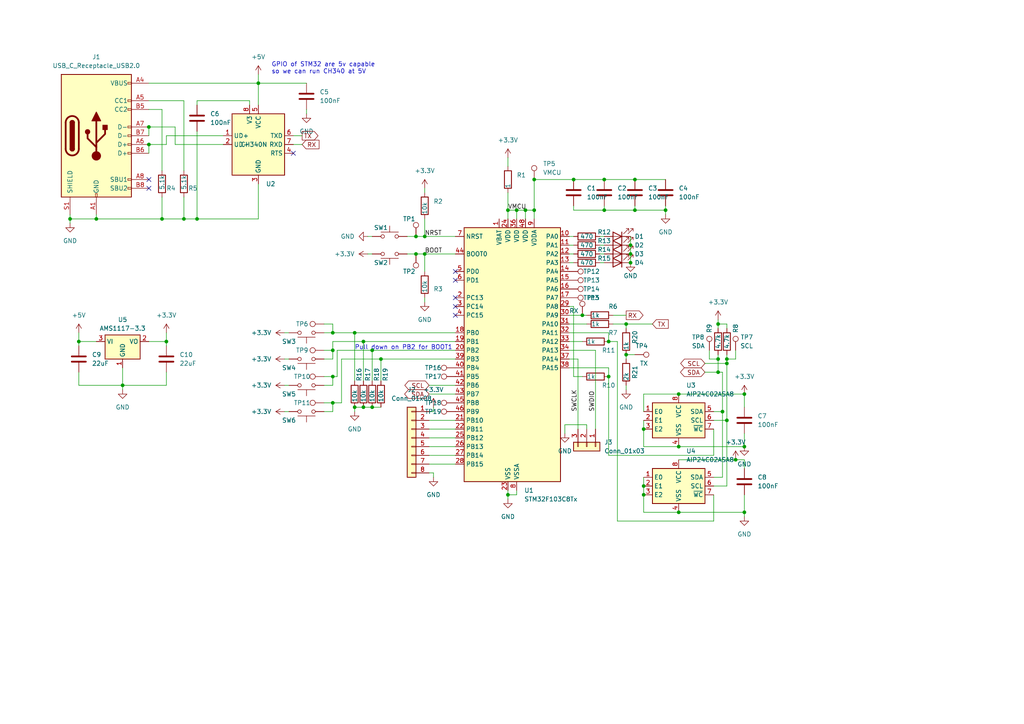
<source format=kicad_sch>
(kicad_sch (version 20230121) (generator eeschema)
  (paper "A4")
  (lib_symbols
    (symbol "CH340N:CH340N"
      (property "Reference" "U" (at -6.35 10.16 0))
      (symbol "CH340N_1_1"
        (pin bidirectional line (at -8.89 2.54 0) (length 2.54) (name "UD+") (number "1"))
        (pin bidirectional line (at -8.89 0 0) (length 2.54) (name "UD-") (number "2"))
        (pin power_in line (at 1.27 -11.43 90) (length 2.54) (name "GND") (number "3"))
        (pin input line (at 11.43 -2.54 180) (length 2.54) (name "RTS") (number "4"))
        (pin power_in line (at 1.27 11.43 270) (length 2.54) (name "VCC") (number "5"))
        (pin output line (at 11.43 2.54 180) (length 2.54) (name "TXD") (number "6"))
        (pin input line (at 11.43 0 180) (length 2.54) (name "RXD") (number "7"))
        (pin passive line (at -1.27 11.43 270) (length 2.54) (name "V3") (number "8"))
      )
    )
    (symbol "Connector:TestPoint" (pin_numbers hide) (pin_names (offset 0.762) hide)
      (property "Reference" "TP" (at 0 6.858 0))
      (property "Value" "TestPoint" (at 0 5.08 0))
      (symbol "TestPoint_1_1"
        (pin passive line (at 0 0 90) (length 2.54) (name "1") (number "1"))
      )
    )
    (symbol "Connector:USB_C_Receptacle_USB2.0" (pin_names (offset 1.016))
      (property "Reference" "J" (at -10.16 19.05 0))
      (property "Value" "USB_C_Receptacle_USB2.0" (at 19.05 19.05 0))
      (symbol "USB_C_Receptacle_USB2.0_1_1"
        (pin passive line (at 0 -22.86 90) (length 5.08) (name "GND") (number "A1"))
        (pin passive line (at 0 -22.86 90) (length 5.08) hide (name "GND") (number "A12"))
        (pin passive line (at 15.24 15.24 180) (length 5.08) (name "VBUS") (number "A4"))
        (pin bidirectional line (at 15.24 10.16 180) (length 5.08) (name "CC1") (number "A5"))
        (pin bidirectional line (at 15.24 -2.54 180) (length 5.08) (name "D+") (number "A6"))
        (pin bidirectional line (at 15.24 2.54 180) (length 5.08) (name "D-") (number "A7"))
        (pin bidirectional line (at 15.24 -12.7 180) (length 5.08) (name "SBU1") (number "A8"))
        (pin passive line (at 15.24 15.24 180) (length 5.08) hide (name "VBUS") (number "A9"))
        (pin passive line (at 0 -22.86 90) (length 5.08) hide (name "GND") (number "B1"))
        (pin passive line (at 0 -22.86 90) (length 5.08) hide (name "GND") (number "B12"))
        (pin passive line (at 15.24 15.24 180) (length 5.08) hide (name "VBUS") (number "B4"))
        (pin bidirectional line (at 15.24 7.62 180) (length 5.08) (name "CC2") (number "B5"))
        (pin bidirectional line (at 15.24 -5.08 180) (length 5.08) (name "D+") (number "B6"))
        (pin bidirectional line (at 15.24 0 180) (length 5.08) (name "D-") (number "B7"))
        (pin bidirectional line (at 15.24 -15.24 180) (length 5.08) (name "SBU2") (number "B8"))
        (pin passive line (at 15.24 15.24 180) (length 5.08) hide (name "VBUS") (number "B9"))
        (pin passive line (at -7.62 -22.86 90) (length 5.08) (name "SHIELD") (number "S1"))
      )
    )
    (symbol "Connector_Generic:Conn_01x03" (pin_names (offset 1.016) hide)
      (property "Reference" "J" (at 0 5.08 0))
      (property "Value" "Conn_01x03" (at 0 -5.08 0))
      (symbol "Conn_01x03_1_1"
        (pin passive line (at -5.08 2.54 0) (length 3.81) (name "Pin_1") (number "1"))
        (pin passive line (at -5.08 0 0) (length 3.81) (name "Pin_2") (number "2"))
        (pin passive line (at -5.08 -2.54 0) (length 3.81) (name "Pin_3") (number "3"))
      )
    )
    (symbol "Connector_Generic:Conn_01x08" (pin_names (offset 1.016) hide)
      (property "Reference" "J" (at 0 10.16 0))
      (property "Value" "Conn_01x08" (at 0 -12.7 0))
      (symbol "Conn_01x08_1_1"
        (pin passive line (at -5.08 7.62 0) (length 3.81) (name "Pin_1") (number "1"))
        (pin passive line (at -5.08 5.08 0) (length 3.81) (name "Pin_2") (number "2"))
        (pin passive line (at -5.08 2.54 0) (length 3.81) (name "Pin_3") (number "3"))
        (pin passive line (at -5.08 0 0) (length 3.81) (name "Pin_4") (number "4"))
        (pin passive line (at -5.08 -2.54 0) (length 3.81) (name "Pin_5") (number "5"))
        (pin passive line (at -5.08 -5.08 0) (length 3.81) (name "Pin_6") (number "6"))
        (pin passive line (at -5.08 -7.62 0) (length 3.81) (name "Pin_7") (number "7"))
        (pin passive line (at -5.08 -10.16 0) (length 3.81) (name "Pin_8") (number "8"))
      )
    )
    (symbol "Device:C" (pin_numbers hide) (pin_names (offset 0.254))
      (property "Reference" "C" (at 0.635 2.54 0))
      (property "Value" "C" (at 0.635 -2.54 0))
      (symbol "C_1_1"
        (pin passive line (at 0 3.81 270) (length 2.794) (name "~") (number "1"))
        (pin passive line (at 0 -3.81 90) (length 2.794) (name "~") (number "2"))
      )
    )
    (symbol "Device:LED" (pin_numbers hide) (pin_names (offset 1.016) hide)
      (property "Reference" "D" (at 0 2.54 0))
      (property "Value" "LED" (at 0 -2.54 0))
      (symbol "LED_1_1"
        (pin passive line (at -3.81 0 0) (length 2.54) (name "K") (number "1"))
        (pin passive line (at 3.81 0 180) (length 2.54) (name "A") (number "2"))
      )
    )
    (symbol "Device:R" (pin_numbers hide) (pin_names (offset 0))
      (property "Reference" "R" (at 2.032 0 90))
      (property "Value" "R" (at 0 0 90))
      (symbol "R_1_1"
        (pin passive line (at 0 3.81 270) (length 1.27) (name "~") (number "1"))
        (pin passive line (at 0 -3.81 90) (length 1.27) (name "~") (number "2"))
      )
    )
    (symbol "MCU_ST_STM32F1:STM32F103C8Tx"
      (property "Reference" "U" (at -12.7 39.37 0))
      (property "Value" "STM32F103C8Tx" (at 10.16 39.37 0))
      (symbol "STM32F103C8Tx_1_1"
        (pin power_in line (at -2.54 40.64 270) (length 2.54) (name "VBAT") (number "1"))
        (pin bidirectional line (at 17.78 35.56 180) (length 2.54) (name "PA0") (number "10"))
        (pin bidirectional line (at 17.78 33.02 180) (length 2.54) (name "PA1") (number "11"))
        (pin bidirectional line (at 17.78 30.48 180) (length 2.54) (name "PA2") (number "12"))
        (pin bidirectional line (at 17.78 27.94 180) (length 2.54) (name "PA3") (number "13"))
        (pin bidirectional line (at 17.78 25.4 180) (length 2.54) (name "PA4") (number "14"))
        (pin bidirectional line (at 17.78 22.86 180) (length 2.54) (name "PA5") (number "15"))
        (pin bidirectional line (at 17.78 20.32 180) (length 2.54) (name "PA6") (number "16"))
        (pin bidirectional line (at 17.78 17.78 180) (length 2.54) (name "PA7") (number "17"))
        (pin bidirectional line (at -15.24 7.62 0) (length 2.54) (name "PB0") (number "18"))
        (pin bidirectional line (at -15.24 5.08 0) (length 2.54) (name "PB1") (number "19"))
        (pin bidirectional line (at -15.24 17.78 0) (length 2.54) (name "PC13") (number "2"))
        (pin bidirectional line (at -15.24 2.54 0) (length 2.54) (name "PB2") (number "20"))
        (pin bidirectional line (at -15.24 -17.78 0) (length 2.54) (name "PB10") (number "21"))
        (pin bidirectional line (at -15.24 -20.32 0) (length 2.54) (name "PB11") (number "22"))
        (pin power_in line (at 0 -38.1 90) (length 2.54) (name "VSS") (number "23"))
        (pin power_in line (at 0 40.64 270) (length 2.54) (name "VDD") (number "24"))
        (pin bidirectional line (at -15.24 -22.86 0) (length 2.54) (name "PB12") (number "25"))
        (pin bidirectional line (at -15.24 -25.4 0) (length 2.54) (name "PB13") (number "26"))
        (pin bidirectional line (at -15.24 -27.94 0) (length 2.54) (name "PB14") (number "27"))
        (pin bidirectional line (at -15.24 -30.48 0) (length 2.54) (name "PB15") (number "28"))
        (pin bidirectional line (at 17.78 15.24 180) (length 2.54) (name "PA8") (number "29"))
        (pin bidirectional line (at -15.24 15.24 0) (length 2.54) (name "PC14") (number "3"))
        (pin bidirectional line (at 17.78 12.7 180) (length 2.54) (name "PA9") (number "30"))
        (pin bidirectional line (at 17.78 10.16 180) (length 2.54) (name "PA10") (number "31"))
        (pin bidirectional line (at 17.78 7.62 180) (length 2.54) (name "PA11") (number "32"))
        (pin bidirectional line (at 17.78 5.08 180) (length 2.54) (name "PA12") (number "33"))
        (pin bidirectional line (at 17.78 2.54 180) (length 2.54) (name "PA13") (number "34"))
        (pin passive line (at 0 -38.1 90) (length 2.54) hide (name "VSS") (number "35"))
        (pin power_in line (at 2.54 40.64 270) (length 2.54) (name "VDD") (number "36"))
        (pin bidirectional line (at 17.78 0 180) (length 2.54) (name "PA14") (number "37"))
        (pin bidirectional line (at 17.78 -2.54 180) (length 2.54) (name "PA15") (number "38"))
        (pin bidirectional line (at -15.24 0 0) (length 2.54) (name "PB3") (number "39"))
        (pin bidirectional line (at -15.24 12.7 0) (length 2.54) (name "PC15") (number "4"))
        (pin bidirectional line (at -15.24 -2.54 0) (length 2.54) (name "PB4") (number "40"))
        (pin bidirectional line (at -15.24 -5.08 0) (length 2.54) (name "PB5") (number "41"))
        (pin bidirectional line (at -15.24 -7.62 0) (length 2.54) (name "PB6") (number "42"))
        (pin bidirectional line (at -15.24 -10.16 0) (length 2.54) (name "PB7") (number "43"))
        (pin input line (at -15.24 30.48 0) (length 2.54) (name "BOOT0") (number "44"))
        (pin bidirectional line (at -15.24 -12.7 0) (length 2.54) (name "PB8") (number "45"))
        (pin bidirectional line (at -15.24 -15.24 0) (length 2.54) (name "PB9") (number "46"))
        (pin passive line (at 0 -38.1 90) (length 2.54) hide (name "VSS") (number "47"))
        (pin power_in line (at 5.08 40.64 270) (length 2.54) (name "VDD") (number "48"))
        (pin bidirectional line (at -15.24 25.4 0) (length 2.54) (name "PD0") (number "5"))
        (pin bidirectional line (at -15.24 22.86 0) (length 2.54) (name "PD1") (number "6"))
        (pin input line (at -15.24 35.56 0) (length 2.54) (name "NRST") (number "7"))
        (pin power_in line (at 2.54 -38.1 90) (length 2.54) (name "VSSA") (number "8"))
        (pin power_in line (at 7.62 40.64 270) (length 2.54) (name "VDDA") (number "9"))
      )
    )
    (symbol "Memory_EEPROM:M24C02-FMN"
      (property "Reference" "U" (at -6.35 6.35 0))
      (property "Value" "M24C02-FMN" (at 7.62 6.35 0))
      (symbol "M24C02-FMN_1_1"
        (pin input line (at -10.16 2.54 0) (length 2.54) (name "E0") (number "1"))
        (pin input line (at -10.16 0 0) (length 2.54) (name "E1") (number "2"))
        (pin input line (at -10.16 -2.54 0) (length 2.54) (name "E2") (number "3"))
        (pin power_in line (at 0 -7.62 90) (length 2.54) (name "VSS") (number "4"))
        (pin bidirectional line (at 10.16 2.54 180) (length 2.54) (name "SDA") (number "5"))
        (pin input line (at 10.16 0 180) (length 2.54) (name "SCL") (number "6"))
        (pin input line (at 10.16 -2.54 180) (length 2.54) (name "~{WC}") (number "7"))
        (pin power_in line (at 0 7.62 270) (length 2.54) (name "VCC") (number "8"))
      )
    )
    (symbol "Regulator_Linear:AMS1117-3.3"
      (property "Reference" "U" (at -3.81 3.175 0))
      (property "Value" "AMS1117-3.3" (at 0 3.175 0))
      (symbol "AMS1117-3.3_1_1"
        (pin power_in line (at 0 -7.62 90) (length 2.54) (name "GND") (number "1"))
        (pin power_out line (at 7.62 0 180) (length 2.54) (name "VO") (number "2"))
        (pin power_in line (at -7.62 0 0) (length 2.54) (name "VI") (number "3"))
      )
    )
    (symbol "Switch:SW_Push" (pin_numbers hide) (pin_names (offset 1.016) hide)
      (property "Reference" "SW" (at 1.27 2.54 0))
      (property "Value" "SW_Push" (at 0 -1.524 0))
      (symbol "SW_Push_0_1"
        (pin passive line (at -5.08 0 0) (length 2.54) (name "1") (number "1"))
        (pin passive line (at 5.08 0 180) (length 2.54) (name "2") (number "2"))
      )
    )
    (symbol "power:+3.3V" (power) (pin_names (offset 0))
      (property "Value" "+3.3V" (at 0 3.556 0))
      (symbol "+3.3V_1_1"
        (pin power_in line (at 0 0 90) (length 0) hide (name "+3.3V") (number "1"))
      )
    )
    (symbol "power:+5V" (power) (pin_names (offset 0))
      (property "Value" "+5V" (at 0 3.556 0))
      (symbol "+5V_1_1"
        (pin power_in line (at 0 0 90) (length 0) hide (name "+5V") (number "1"))
      )
    )
    (symbol "power:GND" (power) (pin_names (offset 0))
      (property "Value" "GND" (at 0 -3.81 0))
      (symbol "GND_1_1"
        (pin power_in line (at 0 0 270) (length 0) hide (name "GND") (number "1"))
      )
    )
  )
  (junction (at 215.9 114.3))
  (junction (at 152.4 60.96))
  (junction (at 166.37 52.07))
  (junction (at 154.94 52.07))
  (junction (at 210.82 105.41))
  (junction (at 215.9 129.54))
  (junction (at 22.86 99.06))
  (junction (at 43.18 41.91))
  (junction (at 208.28 104.14))
  (junction (at 181.61 102.87))
  (junction (at 182.88 76.2))
  (junction (at 110.49 104.14))
  (junction (at 96.52 96.52))
  (junction (at 176.53 109.22))
  (junction (at 208.28 93.98))
  (junction (at 193.04 60.96))
  (junction (at 215.9 148.59))
  (junction (at 96.52 116.84))
  (junction (at 105.41 118.11))
  (junction (at 210.82 121.92))
  (junction (at 147.32 143.51))
  (junction (at 175.26 60.96))
  (junction (at 35.56 111.76))
  (junction (at 120.65 68.58))
  (junction (at 176.53 99.06))
  (junction (at 57.15 63.5))
  (junction (at 210.82 104.14))
  (junction (at 20.32 63.5))
  (junction (at 196.85 148.59))
  (junction (at 107.95 101.6))
  (junction (at 120.65 73.66))
  (junction (at 96.52 109.22))
  (junction (at 208.28 107.95))
  (junction (at 123.19 68.58))
  (junction (at 213.36 133.35))
  (junction (at 196.85 114.3))
  (junction (at 123.19 73.66))
  (junction (at 182.88 73.66))
  (junction (at 96.52 101.6))
  (junction (at 74.93 24.13))
  (junction (at 147.32 60.96))
  (junction (at 196.85 129.54))
  (junction (at 168.91 91.44))
  (junction (at 27.94 63.5))
  (junction (at 181.61 93.98))
  (junction (at 48.26 99.06))
  (junction (at 43.18 36.83))
  (junction (at 175.26 52.07))
  (junction (at 184.15 52.07))
  (junction (at 102.87 96.52))
  (junction (at 186.69 143.51))
  (junction (at 186.69 140.97))
  (junction (at 184.15 60.96))
  (junction (at 186.69 124.46))
  (junction (at 182.88 71.12))
  (junction (at 149.86 60.96))
  (junction (at 53.34 63.5))
  (junction (at 46.99 63.5))
  (junction (at 107.95 118.11))
  (junction (at 209.55 119.38))
  (junction (at 102.87 118.11))
  (junction (at 105.41 99.06))
  (junction (at 154.94 60.96))
  (no_connect (at 132.08 86.36))
  (no_connect (at 132.08 78.74))
  (no_connect (at 43.18 52.07))
  (no_connect (at 132.08 81.28))
  (no_connect (at 132.08 91.44))
  (no_connect (at 85.09 44.45))
  (no_connect (at 43.18 54.61))
  (no_connect (at 132.08 88.9))
  (wire (pts (xy 123.19 73.66) (xy 132.08 73.66)))
  (wire (pts (xy 124.46 121.92) (xy 132.08 121.92)))
  (wire (pts (xy 182.88 68.58) (xy 182.88 71.12)))
  (wire (pts (xy 209.55 119.38) (xy 209.55 138.43)))
  (wire (pts (xy 215.9 148.59) (xy 215.9 149.86)))
  (wire (pts (xy 186.69 124.46) (xy 186.69 129.54)))
  (wire (pts (xy 124.46 132.08) (xy 132.08 132.08)))
  (wire (pts (xy 123.19 68.58) (xy 123.19 63.5)))
  (wire (pts (xy 209.55 138.43) (xy 207.01 138.43)))
  (wire (pts (xy 179.07 151.13) (xy 207.01 151.13)))
  (wire (pts (xy 208.28 93.98) (xy 208.28 95.25)))
  (wire (pts (xy 93.98 109.22) (xy 96.52 109.22)))
  (wire (pts (xy 176.53 99.06) (xy 179.07 99.06)))
  (wire (pts (xy 210.82 121.92) (xy 207.01 121.92)))
  (wire (pts (xy 97.79 109.22) (xy 97.79 101.6)))
  (wire (pts (xy 50.8 41.91) (xy 50.8 36.83)))
  (wire (pts (xy 105.41 99.06) (xy 96.52 99.06)))
  (wire (pts (xy 57.15 63.5) (xy 74.93 63.5)))
  (wire (pts (xy 209.55 107.95) (xy 208.28 107.95)))
  (wire (pts (xy 196.85 133.35) (xy 213.36 133.35)))
  (wire (pts (xy 210.82 104.14) (xy 210.82 105.41)))
  (wire (pts (xy 57.15 38.1) (xy 57.15 63.5)))
  (wire (pts (xy 120.65 68.58) (xy 123.19 68.58)))
  (wire (pts (xy 123.19 68.58) (xy 132.08 68.58)))
  (wire (pts (xy 207.01 132.08) (xy 176.53 132.08)))
  (wire (pts (xy 181.61 93.98) (xy 181.61 95.25)))
  (wire (pts (xy 165.1 101.6) (xy 172.72 101.6)))
  (wire (pts (xy 93.98 96.52) (xy 96.52 96.52)))
  (wire (pts (xy 125.73 119.38) (xy 124.46 119.38)))
  (wire (pts (xy 22.86 111.76) (xy 22.86 107.95)))
  (wire (pts (xy 85.09 39.37) (xy 87.63 39.37)))
  (wire (pts (xy 93.98 116.84) (xy 96.52 116.84)))
  (wire (pts (xy 27.94 63.5) (xy 27.94 62.23)))
  (wire (pts (xy 163.83 125.73) (xy 163.83 123.19)))
  (wire (pts (xy 96.52 96.52) (xy 102.87 96.52)))
  (wire (pts (xy 46.99 31.75) (xy 43.18 31.75)))
  (wire (pts (xy 170.18 123.19) (xy 170.18 124.46)))
  (wire (pts (xy 48.26 100.33) (xy 48.26 99.06)))
  (wire (pts (xy 96.52 93.98) (xy 96.52 96.52)))
  (wire (pts (xy 102.87 118.11) (xy 105.41 118.11)))
  (wire (pts (xy 123.19 86.36) (xy 123.19 87.63)))
  (wire (pts (xy 193.04 59.69) (xy 193.04 60.96)))
  (wire (pts (xy 96.52 109.22) (xy 96.52 111.76)))
  (wire (pts (xy 99.06 116.84) (xy 96.52 116.84)))
  (wire (pts (xy 88.9 31.75) (xy 88.9 33.02)))
  (wire (pts (xy 147.32 143.51) (xy 147.32 144.78)))
  (wire (pts (xy 208.28 107.95) (xy 204.47 107.95)))
  (wire (pts (xy 97.79 101.6) (xy 107.95 101.6)))
  (wire (pts (xy 204.47 105.41) (xy 210.82 105.41)))
  (wire (pts (xy 165.1 88.9) (xy 166.37 88.9)))
  (wire (pts (xy 20.32 62.23) (xy 20.32 63.5)))
  (wire (pts (xy 43.18 36.83) (xy 43.18 39.37)))
  (wire (pts (xy 147.32 60.96) (xy 147.32 63.5)))
  (wire (pts (xy 168.91 91.44) (xy 170.18 91.44)))
  (wire (pts (xy 96.52 116.84) (xy 96.52 119.38)))
  (wire (pts (xy 74.93 63.5) (xy 74.93 53.34)))
  (wire (pts (xy 50.8 36.83) (xy 43.18 36.83)))
  (wire (pts (xy 22.86 100.33) (xy 22.86 99.06)))
  (wire (pts (xy 186.69 143.51) (xy 186.69 148.59)))
  (wire (pts (xy 46.99 63.5) (xy 53.34 63.5)))
  (wire (pts (xy 102.87 118.11) (xy 102.87 119.38)))
  (wire (pts (xy 46.99 49.53) (xy 46.99 31.75)))
  (wire (pts (xy 85.09 41.91) (xy 87.63 41.91)))
  (wire (pts (xy 215.9 129.54) (xy 215.9 125.73)))
  (wire (pts (xy 43.18 41.91) (xy 43.18 44.45)))
  (wire (pts (xy 165.1 93.98) (xy 170.18 93.98)))
  (wire (pts (xy 124.46 124.46) (xy 132.08 124.46)))
  (wire (pts (xy 53.34 29.21) (xy 53.34 49.53)))
  (wire (pts (xy 176.53 96.52) (xy 176.53 99.06)))
  (wire (pts (xy 118.11 68.58) (xy 120.65 68.58)))
  (wire (pts (xy 167.64 104.14) (xy 167.64 124.46)))
  (wire (pts (xy 186.69 140.97) (xy 186.69 143.51)))
  (wire (pts (xy 165.1 73.66) (xy 166.37 73.66)))
  (wire (pts (xy 173.99 68.58) (xy 175.26 68.58)))
  (wire (pts (xy 96.52 99.06) (xy 96.52 101.6)))
  (wire (pts (xy 208.28 93.98) (xy 210.82 93.98)))
  (wire (pts (xy 186.69 148.59) (xy 196.85 148.59)))
  (wire (pts (xy 165.1 91.44) (xy 168.91 91.44)))
  (wire (pts (xy 22.86 99.06) (xy 27.94 99.06)))
  (wire (pts (xy 210.82 104.14) (xy 213.36 104.14)))
  (wire (pts (xy 124.46 114.3) (xy 132.08 114.3)))
  (wire (pts (xy 176.53 109.22) (xy 176.53 106.68)))
  (wire (pts (xy 53.34 63.5) (xy 57.15 63.5)))
  (wire (pts (xy 165.1 76.2) (xy 166.37 76.2)))
  (wire (pts (xy 165.1 99.06) (xy 168.91 99.06)))
  (wire (pts (xy 124.46 111.76) (xy 132.08 111.76)))
  (wire (pts (xy 166.37 60.96) (xy 166.37 59.69)))
  (wire (pts (xy 48.26 96.52) (xy 48.26 99.06)))
  (wire (pts (xy 48.26 39.37) (xy 64.77 39.37)))
  (wire (pts (xy 93.98 119.38) (xy 96.52 119.38)))
  (wire (pts (xy 93.98 101.6) (xy 96.52 101.6)))
  (wire (pts (xy 179.07 99.06) (xy 179.07 151.13)))
  (wire (pts (xy 99.06 104.14) (xy 99.06 116.84)))
  (wire (pts (xy 43.18 99.06) (xy 48.26 99.06)))
  (wire (pts (xy 149.86 60.96) (xy 149.86 63.5)))
  (wire (pts (xy 82.55 96.52) (xy 83.82 96.52)))
  (wire (pts (xy 196.85 114.3) (xy 215.9 114.3)))
  (wire (pts (xy 93.98 104.14) (xy 96.52 104.14)))
  (wire (pts (xy 132.08 104.14) (xy 110.49 104.14)))
  (wire (pts (xy 123.19 73.66) (xy 120.65 73.66)))
  (wire (pts (xy 207.01 124.46) (xy 207.01 132.08)))
  (wire (pts (xy 152.4 60.96) (xy 152.4 63.5)))
  (wire (pts (xy 105.41 118.11) (xy 107.95 118.11)))
  (wire (pts (xy 181.61 102.87) (xy 181.61 104.14)))
  (wire (pts (xy 166.37 52.07) (xy 154.94 52.07)))
  (wire (pts (xy 209.55 119.38) (xy 209.55 107.95)))
  (wire (pts (xy 154.94 60.96) (xy 154.94 63.5)))
  (wire (pts (xy 176.53 109.22) (xy 176.53 132.08)))
  (wire (pts (xy 165.1 68.58) (xy 166.37 68.58)))
  (wire (pts (xy 207.01 119.38) (xy 209.55 119.38)))
  (wire (pts (xy 177.8 93.98) (xy 181.61 93.98)))
  (wire (pts (xy 215.9 114.3) (xy 215.9 118.11)))
  (wire (pts (xy 48.26 111.76) (xy 35.56 111.76)))
  (wire (pts (xy 165.1 71.12) (xy 166.37 71.12)))
  (wire (pts (xy 124.46 134.62) (xy 132.08 134.62)))
  (wire (pts (xy 124.46 137.16) (xy 125.73 137.16)))
  (wire (pts (xy 163.83 123.19) (xy 170.18 123.19)))
  (wire (pts (xy 207.01 140.97) (xy 210.82 140.97)))
  (wire (pts (xy 20.32 63.5) (xy 27.94 63.5)))
  (wire (pts (xy 210.82 102.87) (xy 210.82 104.14)))
  (wire (pts (xy 123.19 54.61) (xy 123.19 55.88)))
  (wire (pts (xy 177.8 91.44) (xy 181.61 91.44)))
  (wire (pts (xy 35.56 111.76) (xy 35.56 113.03)))
  (wire (pts (xy 102.87 96.52) (xy 102.87 110.49)))
  (wire (pts (xy 213.36 133.35) (xy 215.9 133.35)))
  (wire (pts (xy 132.08 99.06) (xy 105.41 99.06)))
  (wire (pts (xy 175.26 59.69) (xy 175.26 60.96)))
  (wire (pts (xy 181.61 111.76) (xy 181.61 113.03)))
  (wire (pts (xy 182.88 71.12) (xy 182.88 73.66)))
  (wire (pts (xy 208.28 104.14) (xy 208.28 107.95)))
  (wire (pts (xy 96.52 109.22) (xy 97.79 109.22)))
  (wire (pts (xy 193.04 52.07) (xy 184.15 52.07)))
  (wire (pts (xy 48.26 107.95) (xy 48.26 111.76)))
  (wire (pts (xy 210.82 140.97) (xy 210.82 121.92)))
  (wire (pts (xy 43.18 29.21) (xy 53.34 29.21)))
  (wire (pts (xy 176.53 106.68) (xy 165.1 106.68)))
  (wire (pts (xy 96.52 101.6) (xy 96.52 104.14)))
  (wire (pts (xy 125.73 118.11) (xy 125.73 119.38)))
  (wire (pts (xy 149.86 143.51) (xy 149.86 142.24)))
  (wire (pts (xy 35.56 111.76) (xy 35.56 106.68)))
  (wire (pts (xy 210.82 105.41) (xy 210.82 121.92)))
  (wire (pts (xy 149.86 60.96) (xy 152.4 60.96)))
  (wire (pts (xy 173.99 71.12) (xy 175.26 71.12)))
  (wire (pts (xy 118.11 73.66) (xy 120.65 73.66)))
  (wire (pts (xy 184.15 59.69) (xy 184.15 60.96)))
  (wire (pts (xy 93.98 93.98) (xy 96.52 93.98)))
  (wire (pts (xy 102.87 96.52) (xy 132.08 96.52)))
  (wire (pts (xy 173.99 76.2) (xy 175.26 76.2)))
  (wire (pts (xy 93.98 111.76) (xy 96.52 111.76)))
  (wire (pts (xy 147.32 45.72) (xy 147.32 48.26)))
  (wire (pts (xy 215.9 133.35) (xy 215.9 135.89)))
  (wire (pts (xy 166.37 88.9) (xy 166.37 109.22)))
  (wire (pts (xy 46.99 63.5) (xy 46.99 57.15)))
  (wire (pts (xy 72.39 30.48) (xy 72.39 29.21)))
  (wire (pts (xy 50.8 41.91) (xy 64.77 41.91)))
  (wire (pts (xy 82.55 104.14) (xy 83.82 104.14)))
  (wire (pts (xy 147.32 142.24) (xy 147.32 143.51)))
  (wire (pts (xy 74.93 24.13) (xy 88.9 24.13)))
  (wire (pts (xy 105.41 99.06) (xy 105.41 110.49)))
  (wire (pts (xy 82.55 111.76) (xy 83.82 111.76)))
  (wire (pts (xy 106.68 73.66) (xy 107.95 73.66)))
  (wire (pts (xy 181.61 93.98) (xy 189.23 93.98)))
  (wire (pts (xy 186.69 129.54) (xy 196.85 129.54)))
  (wire (pts (xy 147.32 143.51) (xy 149.86 143.51)))
  (wire (pts (xy 43.18 24.13) (xy 74.93 24.13)))
  (wire (pts (xy 107.95 101.6) (xy 132.08 101.6)))
  (wire (pts (xy 48.26 41.91) (xy 48.26 39.37)))
  (wire (pts (xy 27.94 63.5) (xy 46.99 63.5)))
  (wire (pts (xy 193.04 60.96) (xy 193.04 62.23)))
  (wire (pts (xy 210.82 93.98) (xy 210.82 95.25)))
  (wire (pts (xy 35.56 111.76) (xy 22.86 111.76)))
  (wire (pts (xy 43.18 41.91) (xy 48.26 41.91)))
  (wire (pts (xy 124.46 127) (xy 132.08 127)))
  (wire (pts (xy 207.01 151.13) (xy 207.01 143.51)))
  (wire (pts (xy 208.28 102.87) (xy 208.28 104.14)))
  (wire (pts (xy 74.93 21.59) (xy 74.93 24.13)))
  (wire (pts (xy 165.1 104.14) (xy 167.64 104.14)))
  (wire (pts (xy 20.32 63.5) (xy 20.32 64.77)))
  (wire (pts (xy 154.94 52.07) (xy 154.94 60.96)))
  (wire (pts (xy 72.39 29.21) (xy 57.15 29.21)))
  (wire (pts (xy 205.74 101.6) (xy 205.74 104.14)))
  (wire (pts (xy 186.69 138.43) (xy 186.69 140.97)))
  (wire (pts (xy 165.1 96.52) (xy 176.53 96.52)))
  (wire (pts (xy 152.4 60.96) (xy 154.94 60.96)))
  (wire (pts (xy 184.15 52.07) (xy 175.26 52.07)))
  (wire (pts (xy 147.32 60.96) (xy 149.86 60.96)))
  (wire (pts (xy 213.36 104.14) (xy 213.36 101.6)))
  (wire (pts (xy 107.95 101.6) (xy 107.95 110.49)))
  (wire (pts (xy 125.73 137.16) (xy 125.73 138.43)))
  (wire (pts (xy 205.74 104.14) (xy 208.28 104.14)))
  (wire (pts (xy 172.72 101.6) (xy 172.72 124.46)))
  (wire (pts (xy 175.26 52.07) (xy 166.37 52.07)))
  (wire (pts (xy 186.69 114.3) (xy 196.85 114.3)))
  (wire (pts (xy 173.99 73.66) (xy 175.26 73.66)))
  (wire (pts (xy 147.32 55.88) (xy 147.32 60.96)))
  (wire (pts (xy 110.49 104.14) (xy 99.06 104.14)))
  (wire (pts (xy 166.37 109.22) (xy 168.91 109.22)))
  (wire (pts (xy 181.61 102.87) (xy 184.15 102.87)))
  (wire (pts (xy 53.34 63.5) (xy 53.34 57.15)))
  (wire (pts (xy 106.68 68.58) (xy 107.95 68.58)))
  (wire (pts (xy 196.85 148.59) (xy 215.9 148.59)))
  (wire (pts (xy 123.19 78.74) (xy 123.19 73.66)))
  (wire (pts (xy 215.9 148.59) (xy 215.9 143.51)))
  (wire (pts (xy 186.69 119.38) (xy 186.69 114.3)))
  (wire (pts (xy 182.88 73.66) (xy 182.88 76.2)))
  (wire (pts (xy 208.28 92.71) (xy 208.28 93.98)))
  (wire (pts (xy 124.46 129.54) (xy 132.08 129.54)))
  (wire (pts (xy 186.69 121.92) (xy 186.69 124.46)))
  (wire (pts (xy 22.86 96.52) (xy 22.86 99.06)))
  (wire (pts (xy 82.55 119.38) (xy 83.82 119.38)))
  (wire (pts (xy 74.93 24.13) (xy 74.93 30.48)))
  (wire (pts (xy 57.15 29.21) (xy 57.15 30.48)))
  (wire (pts (xy 175.26 60.96) (xy 166.37 60.96)))
  (wire (pts (xy 193.04 60.96) (xy 184.15 60.96)))
  (wire (pts (xy 110.49 104.14) (xy 110.49 110.49)))
  (wire (pts (xy 196.85 129.54) (xy 215.9 129.54)))
  (wire (pts (xy 107.95 118.11) (xy 110.49 118.11)))
  (wire (pts (xy 184.15 60.96) (xy 175.26 60.96)))
  (text "GPIO of STM32 are 5v capable\nso we can run CH340 at 5V" (at 78.74 21.59 0) (effects (font (size 1.27 1.27)) (justify left bottom)))
  (text "Pull down on PB2 for BOOT1" (at 102.87 101.6 0) (effects (font (size 1.27 1.27)) (justify left bottom)))
  (label "SWDIO" (at 172.72 119.38 90))
  (label "SWCLK" (at 167.64 119.38 90))
  (label "NRST" (at 123.19 68.58 0))
  (label "VMCU" (at 147.32 60.96 0))
  (label "BOOT" (at 123.19 73.66 0))
  (global_label "SDA" (shape bidirectional) (at 204.47 107.95 180) (property "Intersheetrefs" "${INTERSHEET_REFS}" (effects hide)))
  (global_label "RX" (shape input) (at 87.63 41.91 0) (property "Intersheetrefs" "${INTERSHEET_REFS}" (effects hide)))
  (global_label "TX" (shape input) (at 189.23 93.98 0) (property "Intersheetrefs" "${INTERSHEET_REFS}" (effects hide)))
  (global_label "TX" (shape output) (at 87.63 39.37 0) (property "Intersheetrefs" "${INTERSHEET_REFS}" (effects hide)))
  (global_label "SCL" (shape bidirectional) (at 204.47 105.41 180) (property "Intersheetrefs" "${INTERSHEET_REFS}" (effects hide)))
  (global_label "SDA" (shape bidirectional) (at 124.46 114.3 180) (property "Intersheetrefs" "${INTERSHEET_REFS}" (effects hide)))
  (global_label "SCL" (shape bidirectional) (at 124.46 111.76 180) (property "Intersheetrefs" "${INTERSHEET_REFS}" (effects hide)))
  (global_label "RX" (shape output) (at 181.61 91.44 0) (property "Intersheetrefs" "${INTERSHEET_REFS}" (effects hide)))
  (symbol (lib_id "Device:R") (at 102.87 114.3 0) (mirror x) (unit 1)
    (property "Reference" "R16" (at 104.14 106.68 90) (effects (justify left)))
    (property "Value" "10k" (at 102.87 113.03 90) (effects (justify left)))
    (property "Footprint" "Resistor_SMD:R_0603_1608Metric" (effects hide))
    (property "LCSC" "C25804" (effects hide))
  )
  (symbol (lib_id "power:GND") (at 163.83 125.73 0) (unit 1)
    (property "Reference" "#PWR028" (effects hide))
    (property "Value" "GND" (at 163.83 130.81 0))
  )
  (symbol (lib_id "Connector:TestPoint") (at 93.98 93.98 90) (mirror x) (unit 1)
    (property "Reference" "TP6" (at 87.63 93.98 90))
    (property "Value" "TestPoint" (effects hide))
    (property "Footprint" "TestPoint:TestPoint_Bridge_Pitch2.54mm_Drill1.3mm" (effects hide))
  )
  (symbol (lib_id "Device:R") (at 46.99 53.34 0) (mirror x) (unit 1)
    (property "Reference" "R4" (at 48.26 54.61 0) (effects (justify left)))
    (property "Value" "5.1k" (at 46.99 50.8 90) (effects (justify left)))
    (property "Footprint" "Resistor_SMD:R_0603_1608Metric" (effects hide))
    (property "LCSC" "C23186" (effects hide))
  )
  (symbol (lib_id "power:+5V") (at 22.86 96.52 0) (unit 1)
    (property "Reference" "#PWR024" (effects hide))
    (property "Value" "+5V" (at 22.86 91.44 0))
  )
  (symbol (lib_id "Connector:TestPoint") (at 93.98 116.84 90) (mirror x) (unit 1)
    (property "Reference" "TP11" (at 87.63 116.84 90))
    (property "Value" "TestPoint" (effects hide))
    (property "Footprint" "TestPoint:TestPoint_Bridge_Pitch2.54mm_Drill1.3mm" (effects hide))
  )
  (symbol (lib_id "Switch:SW_Push") (at 88.9 96.52 0) (mirror x) (unit 1)
    (property "Reference" "SW3" (at 83.82 99.06 0))
    (property "Value" "SW_Push" (effects hide))
    (property "Footprint" "Button_Switch_SMD:SW_Push_1P1T_NO_6x6mm_H9.5mm" (effects hide))
    (property "LCSC" "C2888576" (effects hide))
  )
  (symbol (lib_id "Connector:TestPoint") (at 184.15 102.87 270) (mirror x) (unit 1)
    (property "Reference" "TP4" (at 187.96 100.33 90) (effects (justify right)))
    (property "Value" "TX" (at 187.96 105.41 90) (effects (justify right)))
    (property "Footprint" "TestPoint:TestPoint_Bridge_Pitch2.54mm_Drill1.3mm" (effects hide))
  )
  (symbol (lib_id "Connector:TestPoint") (at 132.08 119.38 90) (mirror x) (unit 1)
    (property "Reference" "TP19" (at 123.19 119.38 90) (effects (justify right)))
    (property "Value" "TP" (effects hide))
    (property "Footprint" "TestPoint:TestPoint_Bridge_Pitch2.54mm_Drill1.3mm" (effects hide))
  )
  (symbol (lib_id "Switch:SW_Push") (at 88.9 119.38 0) (mirror x) (unit 1)
    (property "Reference" "SW6" (at 83.82 121.92 0))
    (property "Value" "SW_Push" (effects hide))
    (property "Footprint" "Button_Switch_SMD:SW_Push_1P1T_NO_6x6mm_H9.5mm" (effects hide))
    (property "LCSC" "C2888576" (effects hide))
  )
  (symbol (lib_id "Device:R") (at 181.61 107.95 0) (mirror y) (unit 1)
    (property "Reference" "R21" (at 184.15 107.95 90))
    (property "Value" "2k" (at 181.61 109.22 90))
    (property "Footprint" "Resistor_SMD:R_0603_1608Metric" (effects hide))
    (property "LCSC" "C22975" (effects hide))
  )
  (symbol (lib_id "Device:R") (at 147.32 52.07 0) (unit 1)
    (property "Reference" "R1" (at 149.86 50.8 0) (effects (justify left)))
    (property "Value" "1" (at 147.32 54.61 90) (effects (justify left)))
    (property "Footprint" "Resistor_SMD:R_0603_1608Metric" (effects hide))
    (property "LCSC" "C22936" (effects hide))
  )
  (symbol (lib_id "Switch:SW_Push") (at 113.03 68.58 0) (unit 1)
    (property "Reference" "SW1" (at 110.49 66.04 0))
    (property "Value" "SW_Push" (effects hide))
    (property "Footprint" "Button_Switch_SMD:SW_Push_1P1T_NO_6x6mm_H9.5mm" (effects hide))
    (property "LCSC" "C2888576" (effects hide))
  )
  (symbol (lib_id "Device:C") (at 193.04 55.88 0) (unit 1)
    (property "Reference" "C4" (at 196.85 54.61 0) (effects (justify left)))
    (property "Value" "100nF" (at 196.85 57.15 0) (effects (justify left)))
    (property "Footprint" "Capacitor_SMD:C_0603_1608Metric" (effects hide))
    (property "LCSC" "C14663" (effects hide))
  )
  (symbol (lib_id "power:GND") (at 147.32 144.78 0) (unit 1)
    (property "Reference" "#PWR026" (effects hide))
    (property "Value" "GND" (at 147.32 149.86 0))
  )
  (symbol (lib_id "Memory_EEPROM:M24C02-FMN") (at 196.85 121.92 0) (unit 1)
    (property "Reference" "U3" (at 199.0441 111.76 0) (effects (justify left)))
    (property "Value" "AIP24C02ASA8" (at 199.0441 114.3 0) (effects (justify left)))
    (property "Footprint" "Package_SO:SOIC-8_3.9x4.9mm_P1.27mm" (effects hide))
    (property "Datasheet" "http://www.st.com/content/ccc/resource/technical/document/datasheet/b0/d8/50/40/5a/85/49/6f/DM00071904.pdf/files/DM00071904.pdf/jcr:content/translations/en.DM00071904.pdf" (effects hide))
    (property "LCSC" "C3024252" (effects hide))
  )
  (symbol (lib_id "Device:C") (at 57.15 34.29 0) (unit 1)
    (property "Reference" "C6" (at 60.96 33.02 0) (effects (justify left)))
    (property "Value" "100nF" (at 60.96 35.56 0) (effects (justify left)))
    (property "Footprint" "Capacitor_SMD:C_0603_1608Metric" (effects hide))
    (property "LCSC" "C14663" (effects hide))
  )
  (symbol (lib_id "Device:R") (at 172.72 109.22 270) (mirror x) (unit 1)
    (property "Reference" "R10" (at 176.53 111.76 90))
    (property "Value" "1k" (at 171.45 109.22 90))
    (property "Footprint" "Resistor_SMD:R_0603_1608Metric" (effects hide))
    (property "LCSC" "C21190" (effects hide))
  )
  (symbol (lib_id "power:+5V") (at 74.93 21.59 0) (unit 1)
    (property "Reference" "#PWR07" (effects hide))
    (property "Value" "+5V" (at 74.93 16.51 0))
  )
  (symbol (lib_id "power:GND") (at 88.9 33.02 0) (unit 1)
    (property "Reference" "#PWR08" (effects hide))
    (property "Value" "GND" (at 88.9 38.1 0))
  )
  (symbol (lib_id "power:+3.3V") (at 215.9 114.3 0) (unit 1)
    (property "Reference" "#PWR012" (effects hide))
    (property "Value" "+3.3V" (at 215.9 109.22 0))
  )
  (symbol (lib_id "Device:R") (at 173.99 93.98 270) (mirror x) (unit 1)
    (property "Reference" "R7" (at 177.8 96.52 90))
    (property "Value" "1k" (at 172.72 93.98 90))
    (property "Footprint" "Resistor_SMD:R_0603_1608Metric" (effects hide))
    (property "LCSC" "C21190" (effects hide))
  )
  (symbol (lib_id "Device:LED") (at 179.07 71.12 180) (unit 1)
    (property "Reference" "D2" (at 185.42 71.12 0))
    (property "Value" "LED" (effects hide))
    (property "Footprint" "Diode_SMD:D_0805_2012Metric" (effects hide))
    (property "LCSC" "C2296" (effects hide))
  )
  (symbol (lib_id "power:+3.3V") (at 213.36 133.35 0) (unit 1)
    (property "Reference" "#PWR013" (effects hide))
    (property "Value" "+3.3V" (at 213.36 128.27 0))
  )
  (symbol (lib_id "power:+3.3V") (at 123.19 54.61 0) (unit 1)
    (property "Reference" "#PWR04" (effects hide))
    (property "Value" "+3.3V" (at 123.19 49.53 0))
  )
  (symbol (lib_id "Connector:TestPoint") (at 93.98 101.6 90) (mirror x) (unit 1)
    (property "Reference" "TP9" (at 87.63 101.6 90))
    (property "Value" "TestPoint" (effects hide))
    (property "Footprint" "TestPoint:TestPoint_Bridge_Pitch2.54mm_Drill1.3mm" (effects hide))
  )
  (symbol (lib_id "Device:R") (at 110.49 114.3 0) (mirror x) (unit 1)
    (property "Reference" "R19" (at 111.76 106.68 90) (effects (justify left)))
    (property "Value" "10k" (at 110.49 113.03 90) (effects (justify left)))
    (property "Footprint" "Resistor_SMD:R_0603_1608Metric" (effects hide))
    (property "LCSC" "C25804" (effects hide))
  )
  (symbol (lib_id "power:+3.3V") (at 82.55 119.38 90) (unit 1)
    (property "Reference" "#PWR022" (effects hide))
    (property "Value" "+3.3V" (at 78.74 119.38 90) (effects (justify left)))
  )
  (symbol (lib_id "Device:R") (at 123.19 59.69 0) (unit 1)
    (property "Reference" "R2" (at 125.73 58.42 0) (effects (justify left)))
    (property "Value" "10k" (at 123.19 62.23 90) (effects (justify left)))
    (property "Footprint" "Resistor_SMD:R_0603_1608Metric" (effects hide))
    (property "LCSC" "C25804" (effects hide))
  )
  (symbol (lib_id "Device:R") (at 210.82 99.06 0) (mirror y) (unit 1)
    (property "Reference" "R8" (at 213.36 95.25 90))
    (property "Value" "4.7k" (at 210.82 99.06 90))
    (property "Footprint" "Resistor_SMD:R_0603_1608Metric" (effects hide))
    (property "LCSC" "C23162" (effects hide))
  )
  (symbol (lib_id "Connector:TestPoint") (at 165.1 83.82 270) (mirror x) (unit 1)
    (property "Reference" "TP14" (at 173.99 83.82 90) (effects (justify right)))
    (property "Value" "TP" (effects hide))
    (property "Footprint" "TestPoint:TestPoint_Bridge_Pitch2.54mm_Drill1.3mm" (effects hide))
  )
  (symbol (lib_id "Device:C") (at 48.26 104.14 0) (unit 1)
    (property "Reference" "C10" (at 52.07 102.87 0) (effects (justify left)))
    (property "Value" "22uF" (at 52.07 105.41 0) (effects (justify left)))
    (property "Footprint" "Capacitor_SMD:C_0805_2012Metric" (effects hide))
    (property "LCSC" "C45783" (effects hide))
  )
  (symbol (lib_id "power:+3.3V") (at 48.26 96.52 0) (unit 1)
    (property "Reference" "#PWR023" (effects hide))
    (property "Value" "+3.3V" (at 48.26 91.44 0))
  )
  (symbol (lib_id "CH340N:CH340N") (at 73.66 41.91 0) (unit 1)
    (property "Reference" "U2" (at 77.1241 53.34 0) (effects (justify left)))
    (property "Value" "CH340N" (at 73.66 41.91 0))
    (property "Footprint" "Package_SO:SOP-8_3.9x4.9mm_P1.27mm" (effects hide))
    (property "LCSC" "C2977777" (effects hide))
  )
  (symbol (lib_id "power:GND") (at 181.61 113.03 0) (unit 1)
    (property "Reference" "#PWR027" (effects hide))
    (property "Value" "GND" (at 181.61 118.11 0))
  )
  (symbol (lib_id "Connector_Generic:Conn_01x08") (at 119.38 127 0) (mirror y) (unit 1)
    (property "Reference" "J2" (at 119.38 113.03 0))
    (property "Value" "Conn_01x08" (at 119.38 115.57 0))
    (property "Footprint" "Connector_PinHeader_2.54mm:PinHeader_1x08_P2.54mm_Vertical" (effects hide))
  )
  (symbol (lib_id "Connector:TestPoint") (at 168.91 91.44 0) (mirror y) (unit 1)
    (property "Reference" "TP3" (at 170.18 86.36 0) (effects (justify right)))
    (property "Value" "RX" (at 165.1 90.17 0) (effects (justify right)))
    (property "Footprint" "TestPoint:TestPoint_Bridge_Pitch2.54mm_Drill1.3mm" (effects hide))
  )
  (symbol (lib_id "Switch:SW_Push") (at 88.9 111.76 0) (mirror x) (unit 1)
    (property "Reference" "SW5" (at 83.82 114.3 0))
    (property "Value" "SW_Push" (effects hide))
    (property "Footprint" "Button_Switch_SMD:SW_Push_1P1T_NO_6x6mm_H9.5mm" (effects hide))
    (property "LCSC" "C2888576" (effects hide))
  )
  (symbol (lib_id "power:+3.3V") (at 147.32 45.72 0) (unit 1)
    (property "Reference" "#PWR01" (effects hide))
    (property "Value" "+3.3V" (at 147.32 40.64 0))
  )
  (symbol (lib_id "Connector:TestPoint") (at 120.65 73.66 0) (mirror x) (unit 1)
    (property "Reference" "TP2" (at 116.84 78.74 0) (effects (justify left)))
    (property "Value" "TestPoint" (effects hide))
    (property "Footprint" "TestPoint:TestPoint_Bridge_Pitch2.54mm_Drill1.3mm" (effects hide))
  )
  (symbol (lib_id "Device:C") (at 88.9 27.94 0) (unit 1)
    (property "Reference" "C5" (at 92.71 26.67 0) (effects (justify left)))
    (property "Value" "100nF" (at 92.71 29.21 0) (effects (justify left)))
    (property "Footprint" "Capacitor_SMD:C_0603_1608Metric" (effects hide))
    (property "LCSC" "C14663" (effects hide))
  )
  (symbol (lib_id "power:+3.3V") (at 208.28 92.71 0) (unit 1)
    (property "Reference" "#PWR014" (effects hide))
    (property "Value" "+3.3V" (at 208.28 87.63 0))
  )
  (symbol (lib_id "power:GND") (at 102.87 119.38 0) (unit 1)
    (property "Reference" "#PWR019" (effects hide))
    (property "Value" "GND" (at 102.87 124.46 0))
  )
  (symbol (lib_id "Device:R") (at 105.41 114.3 0) (mirror x) (unit 1)
    (property "Reference" "R17" (at 106.68 106.68 90) (effects (justify left)))
    (property "Value" "10k" (at 105.41 113.03 90) (effects (justify left)))
    (property "Footprint" "Resistor_SMD:R_0603_1608Metric" (effects hide))
    (property "LCSC" "C25804" (effects hide))
  )
  (symbol (lib_id "Connector:TestPoint") (at 154.94 52.07 0) (mirror y) (unit 1)
    (property "Reference" "TP5" (at 157.48 47.498 0) (effects (justify right)))
    (property "Value" "VMCU" (at 157.48 50.038 0) (effects (justify right)))
    (property "Footprint" "TestPoint:TestPoint_Bridge_Pitch2.54mm_Drill1.3mm" (effects hide))
  )
  (symbol (lib_id "power:+3.3V") (at 82.55 96.52 90) (unit 1)
    (property "Reference" "#PWR018" (effects hide))
    (property "Value" "+3.3V" (at 78.74 96.52 90) (effects (justify left)))
  )
  (symbol (lib_id "Device:C") (at 175.26 55.88 0) (unit 1)
    (property "Reference" "C2" (at 179.07 54.61 0) (effects (justify left)))
    (property "Value" "100nF" (at 179.07 57.15 0) (effects (justify left)))
    (property "Footprint" "Capacitor_SMD:C_0603_1608Metric" (effects hide))
    (property "LCSC" "C14663" (effects hide))
  )
  (symbol (lib_id "power:GND") (at 125.73 138.43 0) (unit 1)
    (property "Reference" "#PWR016" (effects hide))
    (property "Value" "GND" (at 125.73 143.51 0))
  )
  (symbol (lib_id "Connector:TestPoint") (at 165.1 78.74 270) (mirror x) (unit 1)
    (property "Reference" "TP12" (at 173.99 78.74 90) (effects (justify right)))
    (property "Value" "TP" (effects hide))
    (property "Footprint" "TestPoint:TestPoint_Bridge_Pitch2.54mm_Drill1.3mm" (effects hide))
  )
  (symbol (lib_id "Memory_EEPROM:M24C02-FMN") (at 196.85 140.97 0) (unit 1)
    (property "Reference" "U4" (at 199.0441 130.81 0) (effects (justify left)))
    (property "Value" "AIP24C02ASA8" (at 199.0441 133.35 0) (effects (justify left)))
    (property "Footprint" "Package_SO:SOIC-8_3.9x4.9mm_P1.27mm" (effects hide))
    (property "Datasheet" "http://www.st.com/content/ccc/resource/technical/document/datasheet/b0/d8/50/40/5a/85/49/6f/DM00071904.pdf/files/DM00071904.pdf/jcr:content/translations/en.DM00071904.pdf" (effects hide))
    (property "LCSC" "C3024252" (effects hide))
  )
  (symbol (lib_id "Switch:SW_Push") (at 88.9 104.14 0) (mirror x) (unit 1)
    (property "Reference" "SW4" (at 83.82 106.68 0))
    (property "Value" "SW_Push" (effects hide))
    (property "Footprint" "Button_Switch_SMD:SW_Push_1P1T_NO_6x6mm_H9.5mm" (effects hide))
    (property "LCSC" "C2888576" (effects hide))
  )
  (symbol (lib_id "power:+3.3V") (at 82.55 104.14 90) (unit 1)
    (property "Reference" "#PWR020" (effects hide))
    (property "Value" "+3.3V" (at 78.74 104.14 90) (effects (justify left)))
  )
  (symbol (lib_id "Connector:TestPoint") (at 165.1 81.28 270) (mirror x) (unit 1)
    (property "Reference" "TP13" (at 173.99 81.28 90) (effects (justify right)))
    (property "Value" "TP" (effects hide))
    (property "Footprint" "TestPoint:TestPoint_Bridge_Pitch2.54mm_Drill1.3mm" (effects hide))
  )
  (symbol (lib_id "Connector:TestPoint") (at 132.08 106.68 90) (mirror x) (unit 1)
    (property "Reference" "TP16" (at 123.19 106.68 90) (effects (justify right)))
    (property "Value" "TP" (effects hide))
    (property "Footprint" "TestPoint:TestPoint_Bridge_Pitch2.54mm_Drill1.3mm" (effects hide))
  )
  (symbol (lib_id "Connector:TestPoint") (at 93.98 109.22 90) (mirror x) (unit 1)
    (property "Reference" "TP10" (at 87.63 109.22 90))
    (property "Value" "TestPoint" (effects hide))
    (property "Footprint" "TestPoint:TestPoint_Bridge_Pitch2.54mm_Drill1.3mm" (effects hide))
  )
  (symbol (lib_id "Device:LED") (at 179.07 73.66 180) (unit 1)
    (property "Reference" "D3" (at 185.42 73.66 0))
    (property "Value" "LED" (effects hide))
    (property "Footprint" "Diode_SMD:D_0805_2012Metric" (effects hide))
    (property "LCSC" "C2297" (effects hide))
  )
  (symbol (lib_id "Device:R") (at 170.18 76.2 270) (mirror x) (unit 1)
    (property "Reference" "R15" (at 175.26 74.93 90))
    (property "Value" "470" (at 170.18 76.2 90))
    (property "Footprint" "Resistor_SMD:R_0603_1608Metric" (effects hide))
    (property "LCSC" "C23179" (effects hide))
  )
  (symbol (lib_id "power:GND") (at 182.88 76.2 0) (unit 1)
    (property "Reference" "#PWR017" (effects hide))
    (property "Value" "GND" (at 182.88 80.01 0))
  )
  (symbol (lib_id "Device:LED") (at 179.07 68.58 180) (unit 1)
    (property "Reference" "D1" (at 185.42 68.58 0))
    (property "Value" "LED" (effects hide))
    (property "Footprint" "Diode_SMD:D_0805_2012Metric" (effects hide))
    (property "LCSC" "C84256" (effects hide))
  )
  (symbol (lib_id "power:GND") (at 35.56 113.03 0) (unit 1)
    (property "Reference" "#PWR025" (effects hide))
    (property "Value" "GND" (at 35.56 118.11 0))
  )
  (symbol (lib_id "Connector:TestPoint") (at 205.74 101.6 0) (unit 1)
    (property "Reference" "TP8" (at 200.66 97.79 0) (effects (justify left)))
    (property "Value" "SDA" (at 200.66 100.33 0) (effects (justify left)))
    (property "Footprint" "TestPoint:TestPoint_Bridge_Pitch2.54mm_Drill1.3mm" (effects hide))
  )
  (symbol (lib_id "power:GND") (at 106.68 68.58 270) (unit 1)
    (property "Reference" "#PWR03" (effects hide))
    (property "Value" "GND" (at 102.87 68.58 90) (effects (justify right)))
  )
  (symbol (lib_id "Connector:TestPoint") (at 165.1 86.36 270) (mirror x) (unit 1)
    (property "Reference" "TP15" (at 173.99 86.36 90) (effects (justify right)))
    (property "Value" "TP" (effects hide))
    (property "Footprint" "TestPoint:TestPoint_Bridge_Pitch2.54mm_Drill1.3mm" (effects hide))
  )
  (symbol (lib_id "Connector:TestPoint") (at 132.08 109.22 90) (mirror x) (unit 1)
    (property "Reference" "TP17" (at 123.19 109.22 90) (effects (justify right)))
    (property "Value" "TP" (effects hide))
    (property "Footprint" "TestPoint:TestPoint_Bridge_Pitch2.54mm_Drill1.3mm" (effects hide))
  )
  (symbol (lib_id "Device:C") (at 215.9 139.7 0) (unit 1)
    (property "Reference" "C8" (at 219.71 138.43 0) (effects (justify left)))
    (property "Value" "100nF" (at 219.71 140.97 0) (effects (justify left)))
    (property "Footprint" "Capacitor_SMD:C_0603_1608Metric" (effects hide))
    (property "LCSC" "C14663" (effects hide))
  )
  (symbol (lib_id "power:GND") (at 193.04 62.23 0) (unit 1)
    (property "Reference" "#PWR02" (effects hide))
    (property "Value" "GND" (at 193.04 67.31 0))
  )
  (symbol (lib_id "Device:R") (at 172.72 99.06 270) (mirror x) (unit 1)
    (property "Reference" "R11" (at 176.53 101.6 90))
    (property "Value" "1k" (at 171.45 99.06 90))
    (property "Footprint" "Resistor_SMD:R_0603_1608Metric" (effects hide))
    (property "LCSC" "C21190" (effects hide))
  )
  (symbol (lib_id "Connector:TestPoint") (at 213.36 101.6 0) (mirror y) (unit 1)
    (property "Reference" "TP7" (at 218.44 97.79 0) (effects (justify left)))
    (property "Value" "SCL" (at 218.44 100.33 0) (effects (justify left)))
    (property "Footprint" "TestPoint:TestPoint_Bridge_Pitch2.54mm_Drill1.3mm" (effects hide))
  )
  (symbol (lib_id "Device:R") (at 107.95 114.3 0) (mirror x) (unit 1)
    (property "Reference" "R18" (at 109.22 106.68 90) (effects (justify left)))
    (property "Value" "10k" (at 107.95 113.03 90) (effects (justify left)))
    (property "Footprint" "Resistor_SMD:R_0603_1608Metric" (effects hide))
    (property "LCSC" "C25804" (effects hide))
  )
  (symbol (lib_id "Connector:TestPoint") (at 132.08 116.84 90) (mirror x) (unit 1)
    (property "Reference" "TP18" (at 123.19 116.84 90) (effects (justify right)))
    (property "Value" "TP" (effects hide))
    (property "Footprint" "TestPoint:TestPoint_Bridge_Pitch2.54mm_Drill1.3mm" (effects hide))
  )
  (symbol (lib_id "Device:R") (at 170.18 71.12 270) (mirror x) (unit 1)
    (property "Reference" "R13" (at 175.26 69.85 90))
    (property "Value" "470" (at 170.18 71.12 90))
    (property "Footprint" "Resistor_SMD:R_0603_1608Metric" (effects hide))
    (property "LCSC" "C23179" (effects hide))
  )
  (symbol (lib_id "Device:R") (at 170.18 73.66 270) (mirror x) (unit 1)
    (property "Reference" "R14" (at 175.26 72.39 90))
    (property "Value" "470" (at 170.18 73.66 90))
    (property "Footprint" "Resistor_SMD:R_0603_1608Metric" (effects hide))
    (property "LCSC" "C23179" (effects hide))
  )
  (symbol (lib_id "Device:C") (at 22.86 104.14 0) (unit 1)
    (property "Reference" "C9" (at 26.67 102.87 0) (effects (justify left)))
    (property "Value" "22uF" (at 26.67 105.41 0) (effects (justify left)))
    (property "Footprint" "Capacitor_SMD:C_0805_2012Metric" (effects hide))
    (property "LCSC" "C45783" (effects hide))
  )
  (symbol (lib_id "Connector_Generic:Conn_01x03") (at 170.18 129.54 270) (unit 1)
    (property "Reference" "J3" (at 175.26 128.27 90) (effects (justify left)))
    (property "Value" "Conn_01x03" (at 175.26 130.81 90) (effects (justify left)))
    (property "Footprint" "Connector_PinHeader_2.54mm:PinHeader_1x03_P2.54mm_Vertical" (effects hide))
  )
  (symbol (lib_id "Device:R") (at 53.34 53.34 0) (mirror x) (unit 1)
    (property "Reference" "R5" (at 54.61 54.61 0) (effects (justify left)))
    (property "Value" "5.1k" (at 53.34 50.8 90) (effects (justify left)))
    (property "Footprint" "Resistor_SMD:R_0603_1608Metric" (effects hide))
    (property "LCSC" "C23186" (effects hide))
  )
  (symbol (lib_id "Connector:USB_C_Receptacle_USB2.0") (at 27.94 39.37 0) (unit 1)
    (property "Reference" "J1" (at 27.94 16.51 0))
    (property "Value" "USB_C_Receptacle_USB2.0" (at 27.94 19.05 0))
    (property "Footprint" "Connector_USB:USB_C_Receptacle_HRO_TYPE-C-31-M-12" (effects hide))
    (property "Datasheet" "https://www.usb.org/sites/default/files/documents/usb_type-c.zip" (effects hide))
    (property "LCSC" "C165948" (effects hide))
  )
  (symbol (lib_id "Device:C") (at 166.37 55.88 0) (unit 1)
    (property "Reference" "C1" (at 170.18 54.61 0) (effects (justify left)))
    (property "Value" "100nF" (at 170.18 57.15 0) (effects (justify left)))
    (property "Footprint" "Capacitor_SMD:C_0603_1608Metric" (effects hide))
    (property "LCSC" "C14663" (effects hide))
  )
  (symbol (lib_id "Device:R") (at 173.99 91.44 270) (mirror x) (unit 1)
    (property "Reference" "R6" (at 177.8 88.9 90))
    (property "Value" "1k" (at 172.72 91.44 90))
    (property "Footprint" "Resistor_SMD:R_0603_1608Metric" (effects hide))
    (property "LCSC" "C21190" (effects hide))
  )
  (symbol (lib_id "power:GND") (at 215.9 149.86 0) (unit 1)
    (property "Reference" "#PWR010" (effects hide))
    (property "Value" "GND" (at 215.9 154.94 0))
  )
  (symbol (lib_id "Regulator_Linear:AMS1117-3.3") (at 35.56 99.06 0) (unit 1)
    (property "Reference" "U5" (at 35.56 92.71 0))
    (property "Value" "AMS1117-3.3" (at 35.56 95.25 0))
    (property "Footprint" "Package_TO_SOT_SMD:SOT-223-3_TabPin2" (effects hide))
    (property "Datasheet" "http://www.advanced-monolithic.com/pdf/ds1117.pdf" (effects hide))
    (property "LCSC" "C6186" (effects hide))
  )
  (symbol (lib_id "Device:R") (at 170.18 68.58 270) (mirror x) (unit 1)
    (property "Reference" "R12" (at 175.26 67.31 90))
    (property "Value" "470" (at 170.18 68.58 90))
    (property "Footprint" "Resistor_SMD:R_0603_1608Metric" (effects hide))
    (property "LCSC" "C23179" (effects hide))
  )
  (symbol (lib_id "Device:LED") (at 179.07 76.2 180) (unit 1)
    (property "Reference" "D4" (at 185.42 76.2 0))
    (property "Value" "LED" (effects hide))
    (property "Footprint" "Diode_SMD:D_0805_2012Metric" (effects hide))
    (property "LCSC" "C2297" (effects hide))
  )
  (symbol (lib_id "power:+3.3V") (at 106.68 73.66 90) (unit 1)
    (property "Reference" "#PWR05" (effects hide))
    (property "Value" "+3.3V" (at 102.87 73.66 90) (effects (justify left)))
  )
  (symbol (lib_id "power:GND") (at 20.32 64.77 0) (unit 1)
    (property "Reference" "#PWR09" (effects hide))
    (property "Value" "GND" (at 20.32 69.85 0))
  )
  (symbol (lib_id "power:+3.3V") (at 82.55 111.76 90) (unit 1)
    (property "Reference" "#PWR021" (effects hide))
    (property "Value" "+3.3V" (at 78.74 111.76 90) (effects (justify left)))
  )
  (symbol (lib_id "power:+3.3V") (at 125.73 118.11 0) (unit 1)
    (property "Reference" "#PWR015" (effects hide))
    (property "Value" "+3.3V" (at 125.73 113.03 0))
  )
  (symbol (lib_id "Device:R") (at 181.61 99.06 0) (mirror y) (unit 1)
    (property "Reference" "R20" (at 184.15 97.79 90))
    (property "Value" "1k" (at 181.61 100.33 90))
    (property "Footprint" "Resistor_SMD:R_0603_1608Metric" (effects hide))
    (property "LCSC" "C21190" (effects hide))
  )
  (symbol (lib_id "Device:R") (at 208.28 99.06 0) (mirror y) (unit 1)
    (property "Reference" "R9" (at 205.74 95.25 90))
    (property "Value" "4.7k" (at 208.28 99.06 90))
    (property "Footprint" "Resistor_SMD:R_0603_1608Metric" (effects hide))
    (property "LCSC" "C23162" (effects hide))
  )
  (symbol (lib_id "power:GND") (at 123.19 87.63 0) (unit 1)
    (property "Reference" "#PWR06" (effects hide))
    (property "Value" "GND" (at 123.19 92.71 0))
  )
  (symbol (lib_id "Device:C") (at 215.9 121.92 0) (unit 1)
    (property "Reference" "C7" (at 219.71 120.65 0) (effects (justify left)))
    (property "Value" "100nF" (at 219.71 123.19 0) (effects (justify left)))
    (property "Footprint" "Capacitor_SMD:C_0603_1608Metric" (effects hide))
    (property "LCSC" "C14663" (effects hide))
  )
  (symbol (lib_id "Device:R") (at 123.19 82.55 0) (mirror x) (unit 1)
    (property "Reference" "R3" (at 125.73 83.82 0) (effects (justify left)))
    (property "Value" "10k" (at 123.19 81.28 90) (effects (justify left)))
    (property "Footprint" "Resistor_SMD:R_0603_1608Metric" (effects hide))
    (property "LCSC" "C25804" (effects hide))
  )
  (symbol (lib_id "MCU_ST_STM32F1:STM32F103C8Tx") (at 147.32 104.14 0) (unit 1)
    (property "Reference" "U1" (at 152.0541 142.24 0) (effects (justify left)))
    (property "Value" "STM32F103C8Tx" (at 152.0541 144.78 0) (effects (justify left)))
    (property "Footprint" "Package_QFP:LQFP-48_7x7mm_P0.5mm" (effects hide))
    (property "Datasheet" "https://www.st.com/resource/en/datasheet/stm32f103c8.pdf" (effects hide))
    (property "LCSC" "C8734" (effects hide))
  )
  (symbol (lib_id "power:GND") (at 215.9 129.54 0) (unit 1)
    (property "Reference" "#PWR011" (effects hide))
    (property "Value" "GND" (at 215.9 134.62 0))
  )
  (symbol (lib_id "Device:C") (at 184.15 55.88 0) (unit 1)
    (property "Reference" "C3" (at 187.96 54.61 0) (effects (justify left)))
    (property "Value" "100nF" (at 187.96 57.15 0) (effects (justify left)))
    (property "Footprint" "Capacitor_SMD:C_0603_1608Metric" (effects hide))
    (property "LCSC" "C14663" (effects hide))
  )
  (symbol (lib_id "Switch:SW_Push") (at 113.03 73.66 0) (mirror x) (unit 1)
    (property "Reference" "SW2" (at 110.49 76.2 0))
    (property "Value" "SW_Push" (effects hide))
    (property "Footprint" "Button_Switch_SMD:SW_Push_1P1T_NO_6x6mm_H9.5mm" (effects hide))
    (property "LCSC" "C2888576" (effects hide))
  )
  (symbol (lib_id "Connector:TestPoint") (at 120.65 68.58 0) (unit 1)
    (property "Reference" "TP1" (at 116.84 63.5 0) (effects (justify left)))
    (property "Value" "TestPoint" (effects hide))
    (property "Footprint" "TestPoint:TestPoint_Bridge_Pitch2.54mm_Drill1.3mm" (effects hide))
  )
)
</source>
